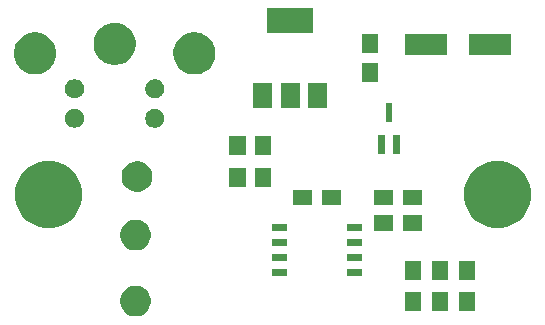
<source format=gbr>
G04 #@! TF.GenerationSoftware,KiCad,Pcbnew,(5.1.4)-1*
G04 #@! TF.CreationDate,2020-06-19T15:30:03+02:00*
G04 #@! TF.ProjectId,S-VHS ZX Spectrum Rev. C,532d5648-5320-45a5-9820-537065637472,rev?*
G04 #@! TF.SameCoordinates,Original*
G04 #@! TF.FileFunction,Soldermask,Top*
G04 #@! TF.FilePolarity,Negative*
%FSLAX46Y46*%
G04 Gerber Fmt 4.6, Leading zero omitted, Abs format (unit mm)*
G04 Created by KiCad (PCBNEW (5.1.4)-1) date 2020-06-19 15:30:03*
%MOMM*%
%LPD*%
G04 APERTURE LIST*
%ADD10C,0.150000*%
G04 APERTURE END LIST*
D10*
G36*
X146683393Y-110255304D02*
G01*
X146920101Y-110353352D01*
X146920103Y-110353353D01*
X147133135Y-110495696D01*
X147314304Y-110676865D01*
X147386557Y-110785000D01*
X147456648Y-110889899D01*
X147554696Y-111126607D01*
X147604680Y-111377893D01*
X147604680Y-111634107D01*
X147554696Y-111885393D01*
X147456648Y-112122101D01*
X147456647Y-112122103D01*
X147314304Y-112335135D01*
X147133135Y-112516304D01*
X146920103Y-112658647D01*
X146920102Y-112658648D01*
X146920101Y-112658648D01*
X146683393Y-112756696D01*
X146432107Y-112806680D01*
X146175893Y-112806680D01*
X145924607Y-112756696D01*
X145687899Y-112658648D01*
X145687898Y-112658648D01*
X145687897Y-112658647D01*
X145474865Y-112516304D01*
X145293696Y-112335135D01*
X145151353Y-112122103D01*
X145151352Y-112122101D01*
X145053304Y-111885393D01*
X145003320Y-111634107D01*
X145003320Y-111377893D01*
X145053304Y-111126607D01*
X145151352Y-110889899D01*
X145221443Y-110785000D01*
X145293696Y-110676865D01*
X145474865Y-110495696D01*
X145687897Y-110353353D01*
X145687899Y-110353352D01*
X145924607Y-110255304D01*
X146175893Y-110205320D01*
X146432107Y-110205320D01*
X146683393Y-110255304D01*
X146683393Y-110255304D01*
G37*
G36*
X175072000Y-112387000D02*
G01*
X173670000Y-112387000D01*
X173670000Y-110785000D01*
X175072000Y-110785000D01*
X175072000Y-112387000D01*
X175072000Y-112387000D01*
G37*
G36*
X172786000Y-112387000D02*
G01*
X171384000Y-112387000D01*
X171384000Y-110785000D01*
X172786000Y-110785000D01*
X172786000Y-112387000D01*
X172786000Y-112387000D01*
G37*
G36*
X170500000Y-112387000D02*
G01*
X169098000Y-112387000D01*
X169098000Y-110785000D01*
X170500000Y-110785000D01*
X170500000Y-112387000D01*
X170500000Y-112387000D01*
G37*
G36*
X175072000Y-109687000D02*
G01*
X173670000Y-109687000D01*
X173670000Y-108085000D01*
X175072000Y-108085000D01*
X175072000Y-109687000D01*
X175072000Y-109687000D01*
G37*
G36*
X172786000Y-109687000D02*
G01*
X171384000Y-109687000D01*
X171384000Y-108085000D01*
X172786000Y-108085000D01*
X172786000Y-109687000D01*
X172786000Y-109687000D01*
G37*
G36*
X170500000Y-109687000D02*
G01*
X169098000Y-109687000D01*
X169098000Y-108085000D01*
X170500000Y-108085000D01*
X170500000Y-109687000D01*
X170500000Y-109687000D01*
G37*
G36*
X159118500Y-109398000D02*
G01*
X157873500Y-109398000D01*
X157873500Y-108788000D01*
X159118500Y-108788000D01*
X159118500Y-109398000D01*
X159118500Y-109398000D01*
G37*
G36*
X165468500Y-109398000D02*
G01*
X164223500Y-109398000D01*
X164223500Y-108788000D01*
X165468500Y-108788000D01*
X165468500Y-109398000D01*
X165468500Y-109398000D01*
G37*
G36*
X159118500Y-108128000D02*
G01*
X157873500Y-108128000D01*
X157873500Y-107518000D01*
X159118500Y-107518000D01*
X159118500Y-108128000D01*
X159118500Y-108128000D01*
G37*
G36*
X165468500Y-108128000D02*
G01*
X164223500Y-108128000D01*
X164223500Y-107518000D01*
X165468500Y-107518000D01*
X165468500Y-108128000D01*
X165468500Y-108128000D01*
G37*
G36*
X146683393Y-104667304D02*
G01*
X146920101Y-104765352D01*
X146920103Y-104765353D01*
X147133135Y-104907696D01*
X147314304Y-105088865D01*
X147456647Y-105301897D01*
X147456648Y-105301899D01*
X147554696Y-105538607D01*
X147604680Y-105789893D01*
X147604680Y-106046107D01*
X147554696Y-106297393D01*
X147456648Y-106534101D01*
X147456647Y-106534103D01*
X147314304Y-106747135D01*
X147133135Y-106928304D01*
X146920103Y-107070647D01*
X146920102Y-107070648D01*
X146920101Y-107070648D01*
X146683393Y-107168696D01*
X146432107Y-107218680D01*
X146175893Y-107218680D01*
X145924607Y-107168696D01*
X145687899Y-107070648D01*
X145687898Y-107070648D01*
X145687897Y-107070647D01*
X145474865Y-106928304D01*
X145293696Y-106747135D01*
X145151353Y-106534103D01*
X145151352Y-106534101D01*
X145053304Y-106297393D01*
X145003320Y-106046107D01*
X145003320Y-105789893D01*
X145053304Y-105538607D01*
X145151352Y-105301899D01*
X145151353Y-105301897D01*
X145293696Y-105088865D01*
X145474865Y-104907696D01*
X145687897Y-104765353D01*
X145687899Y-104765352D01*
X145924607Y-104667304D01*
X146175893Y-104617320D01*
X146432107Y-104617320D01*
X146683393Y-104667304D01*
X146683393Y-104667304D01*
G37*
G36*
X159118500Y-106858000D02*
G01*
X157873500Y-106858000D01*
X157873500Y-106248000D01*
X159118500Y-106248000D01*
X159118500Y-106858000D01*
X159118500Y-106858000D01*
G37*
G36*
X165468500Y-106858000D02*
G01*
X164223500Y-106858000D01*
X164223500Y-106248000D01*
X165468500Y-106248000D01*
X165468500Y-106858000D01*
X165468500Y-106858000D01*
G37*
G36*
X165468500Y-105588000D02*
G01*
X164223500Y-105588000D01*
X164223500Y-104978000D01*
X165468500Y-104978000D01*
X165468500Y-105588000D01*
X165468500Y-105588000D01*
G37*
G36*
X159118500Y-105588000D02*
G01*
X157873500Y-105588000D01*
X157873500Y-104978000D01*
X159118500Y-104978000D01*
X159118500Y-105588000D01*
X159118500Y-105588000D01*
G37*
G36*
X168080000Y-105578000D02*
G01*
X166478000Y-105578000D01*
X166478000Y-104226000D01*
X168080000Y-104226000D01*
X168080000Y-105578000D01*
X168080000Y-105578000D01*
G37*
G36*
X170580000Y-105578000D02*
G01*
X168978000Y-105578000D01*
X168978000Y-104226000D01*
X170580000Y-104226000D01*
X170580000Y-105578000D01*
X170580000Y-105578000D01*
G37*
G36*
X177363119Y-99664320D02*
G01*
X177781606Y-99747562D01*
X178300455Y-99962476D01*
X178767407Y-100274484D01*
X179164516Y-100671593D01*
X179476524Y-101138545D01*
X179561789Y-101344394D01*
X179691438Y-101657395D01*
X179772914Y-102067000D01*
X179801000Y-102208201D01*
X179801000Y-102769799D01*
X179691438Y-103320606D01*
X179476524Y-103839455D01*
X179164516Y-104306407D01*
X178767407Y-104703516D01*
X178300455Y-105015524D01*
X177781606Y-105230438D01*
X177230800Y-105340000D01*
X176669200Y-105340000D01*
X176118394Y-105230438D01*
X175599545Y-105015524D01*
X175132593Y-104703516D01*
X174735484Y-104306407D01*
X174423476Y-103839455D01*
X174208562Y-103320606D01*
X174099000Y-102769799D01*
X174099000Y-102208201D01*
X174127087Y-102067000D01*
X174208562Y-101657395D01*
X174338211Y-101344394D01*
X174423476Y-101138545D01*
X174735484Y-100671593D01*
X175132593Y-100274484D01*
X175599545Y-99962476D01*
X176118394Y-99747562D01*
X176536881Y-99664320D01*
X176669200Y-99638000D01*
X177230800Y-99638000D01*
X177363119Y-99664320D01*
X177363119Y-99664320D01*
G37*
G36*
X139351119Y-99664320D02*
G01*
X139769606Y-99747562D01*
X140288455Y-99962476D01*
X140755407Y-100274484D01*
X141152516Y-100671593D01*
X141464524Y-101138545D01*
X141549789Y-101344394D01*
X141679438Y-101657395D01*
X141760914Y-102067000D01*
X141789000Y-102208201D01*
X141789000Y-102769799D01*
X141679438Y-103320606D01*
X141464524Y-103839455D01*
X141152516Y-104306407D01*
X140755407Y-104703516D01*
X140288455Y-105015524D01*
X139769606Y-105230438D01*
X139218800Y-105340000D01*
X138657200Y-105340000D01*
X138106394Y-105230438D01*
X137587545Y-105015524D01*
X137120593Y-104703516D01*
X136723484Y-104306407D01*
X136411476Y-103839455D01*
X136196562Y-103320606D01*
X136087000Y-102769799D01*
X136087000Y-102208201D01*
X136115087Y-102067000D01*
X136196562Y-101657395D01*
X136326211Y-101344394D01*
X136411476Y-101138545D01*
X136723484Y-100671593D01*
X137120593Y-100274484D01*
X137587545Y-99962476D01*
X138106394Y-99747562D01*
X138524881Y-99664320D01*
X138657200Y-99638000D01*
X139218800Y-99638000D01*
X139351119Y-99664320D01*
X139351119Y-99664320D01*
G37*
G36*
X163722000Y-103419000D02*
G01*
X162120000Y-103419000D01*
X162120000Y-102067000D01*
X163722000Y-102067000D01*
X163722000Y-103419000D01*
X163722000Y-103419000D01*
G37*
G36*
X168080000Y-103419000D02*
G01*
X166478000Y-103419000D01*
X166478000Y-102067000D01*
X168080000Y-102067000D01*
X168080000Y-103419000D01*
X168080000Y-103419000D01*
G37*
G36*
X161222000Y-103419000D02*
G01*
X159620000Y-103419000D01*
X159620000Y-102067000D01*
X161222000Y-102067000D01*
X161222000Y-103419000D01*
X161222000Y-103419000D01*
G37*
G36*
X170580000Y-103419000D02*
G01*
X168978000Y-103419000D01*
X168978000Y-102067000D01*
X170580000Y-102067000D01*
X170580000Y-103419000D01*
X170580000Y-103419000D01*
G37*
G36*
X146810393Y-99714304D02*
G01*
X147047101Y-99812352D01*
X147047103Y-99812353D01*
X147260135Y-99954696D01*
X147441304Y-100135865D01*
X147513557Y-100244000D01*
X147583648Y-100348899D01*
X147681696Y-100585607D01*
X147731680Y-100836893D01*
X147731680Y-101093107D01*
X147681696Y-101344393D01*
X147583648Y-101581101D01*
X147583647Y-101581103D01*
X147441304Y-101794135D01*
X147260135Y-101975304D01*
X147047103Y-102117647D01*
X147047102Y-102117648D01*
X147047101Y-102117648D01*
X146810393Y-102215696D01*
X146559107Y-102265680D01*
X146302893Y-102265680D01*
X146051607Y-102215696D01*
X145814899Y-102117648D01*
X145814898Y-102117648D01*
X145814897Y-102117647D01*
X145601865Y-101975304D01*
X145420696Y-101794135D01*
X145278353Y-101581103D01*
X145278352Y-101581101D01*
X145180304Y-101344393D01*
X145130320Y-101093107D01*
X145130320Y-100836893D01*
X145180304Y-100585607D01*
X145278352Y-100348899D01*
X145348443Y-100244000D01*
X145420696Y-100135865D01*
X145601865Y-99954696D01*
X145814897Y-99812353D01*
X145814899Y-99812352D01*
X146051607Y-99714304D01*
X146302893Y-99664320D01*
X146559107Y-99664320D01*
X146810393Y-99714304D01*
X146810393Y-99714304D01*
G37*
G36*
X155641000Y-101846000D02*
G01*
X154239000Y-101846000D01*
X154239000Y-100244000D01*
X155641000Y-100244000D01*
X155641000Y-101846000D01*
X155641000Y-101846000D01*
G37*
G36*
X157800000Y-101846000D02*
G01*
X156398000Y-101846000D01*
X156398000Y-100244000D01*
X157800000Y-100244000D01*
X157800000Y-101846000D01*
X157800000Y-101846000D01*
G37*
G36*
X157800000Y-99146000D02*
G01*
X156398000Y-99146000D01*
X156398000Y-97544000D01*
X157800000Y-97544000D01*
X157800000Y-99146000D01*
X157800000Y-99146000D01*
G37*
G36*
X155641000Y-99146000D02*
G01*
X154239000Y-99146000D01*
X154239000Y-97544000D01*
X155641000Y-97544000D01*
X155641000Y-99146000D01*
X155641000Y-99146000D01*
G37*
G36*
X167393000Y-99032000D02*
G01*
X166841000Y-99032000D01*
X166841000Y-97430000D01*
X167393000Y-97430000D01*
X167393000Y-99032000D01*
X167393000Y-99032000D01*
G37*
G36*
X168693000Y-99032000D02*
G01*
X168141000Y-99032000D01*
X168141000Y-97430000D01*
X168693000Y-97430000D01*
X168693000Y-99032000D01*
X168693000Y-99032000D01*
G37*
G36*
X148166642Y-95264781D02*
G01*
X148312414Y-95325162D01*
X148312416Y-95325163D01*
X148443608Y-95412822D01*
X148555178Y-95524392D01*
X148642837Y-95655584D01*
X148642838Y-95655586D01*
X148703219Y-95801358D01*
X148734000Y-95956107D01*
X148734000Y-96113893D01*
X148703219Y-96268642D01*
X148642838Y-96414414D01*
X148642837Y-96414416D01*
X148555178Y-96545608D01*
X148443608Y-96657178D01*
X148312416Y-96744837D01*
X148312415Y-96744838D01*
X148312414Y-96744838D01*
X148166642Y-96805219D01*
X148011893Y-96836000D01*
X147854107Y-96836000D01*
X147699358Y-96805219D01*
X147553586Y-96744838D01*
X147553585Y-96744838D01*
X147553584Y-96744837D01*
X147422392Y-96657178D01*
X147310822Y-96545608D01*
X147223163Y-96414416D01*
X147223162Y-96414414D01*
X147162781Y-96268642D01*
X147132000Y-96113893D01*
X147132000Y-95956107D01*
X147162781Y-95801358D01*
X147223162Y-95655586D01*
X147223163Y-95655584D01*
X147310822Y-95524392D01*
X147422392Y-95412822D01*
X147553584Y-95325163D01*
X147553586Y-95325162D01*
X147699358Y-95264781D01*
X147854107Y-95234000D01*
X148011893Y-95234000D01*
X148166642Y-95264781D01*
X148166642Y-95264781D01*
G37*
G36*
X141366642Y-95264781D02*
G01*
X141512414Y-95325162D01*
X141512416Y-95325163D01*
X141643608Y-95412822D01*
X141755178Y-95524392D01*
X141842837Y-95655584D01*
X141842838Y-95655586D01*
X141903219Y-95801358D01*
X141934000Y-95956107D01*
X141934000Y-96113893D01*
X141903219Y-96268642D01*
X141842838Y-96414414D01*
X141842837Y-96414416D01*
X141755178Y-96545608D01*
X141643608Y-96657178D01*
X141512416Y-96744837D01*
X141512415Y-96744838D01*
X141512414Y-96744838D01*
X141366642Y-96805219D01*
X141211893Y-96836000D01*
X141054107Y-96836000D01*
X140899358Y-96805219D01*
X140753586Y-96744838D01*
X140753585Y-96744838D01*
X140753584Y-96744837D01*
X140622392Y-96657178D01*
X140510822Y-96545608D01*
X140423163Y-96414416D01*
X140423162Y-96414414D01*
X140362781Y-96268642D01*
X140332000Y-96113893D01*
X140332000Y-95956107D01*
X140362781Y-95801358D01*
X140423162Y-95655586D01*
X140423163Y-95655584D01*
X140510822Y-95524392D01*
X140622392Y-95412822D01*
X140753584Y-95325163D01*
X140753586Y-95325162D01*
X140899358Y-95264781D01*
X141054107Y-95234000D01*
X141211893Y-95234000D01*
X141366642Y-95264781D01*
X141366642Y-95264781D01*
G37*
G36*
X168043000Y-96372000D02*
G01*
X167491000Y-96372000D01*
X167491000Y-94770000D01*
X168043000Y-94770000D01*
X168043000Y-96372000D01*
X168043000Y-96372000D01*
G37*
G36*
X162486000Y-95133000D02*
G01*
X160884000Y-95133000D01*
X160884000Y-93031000D01*
X162486000Y-93031000D01*
X162486000Y-95133000D01*
X162486000Y-95133000D01*
G37*
G36*
X157886000Y-95133000D02*
G01*
X156284000Y-95133000D01*
X156284000Y-93031000D01*
X157886000Y-93031000D01*
X157886000Y-95133000D01*
X157886000Y-95133000D01*
G37*
G36*
X160186000Y-95133000D02*
G01*
X158584000Y-95133000D01*
X158584000Y-93031000D01*
X160186000Y-93031000D01*
X160186000Y-95133000D01*
X160186000Y-95133000D01*
G37*
G36*
X141366642Y-92764781D02*
G01*
X141512414Y-92825162D01*
X141512416Y-92825163D01*
X141643608Y-92912822D01*
X141755178Y-93024392D01*
X141759593Y-93031000D01*
X141842838Y-93155586D01*
X141903219Y-93301358D01*
X141934000Y-93456107D01*
X141934000Y-93613893D01*
X141903219Y-93768642D01*
X141842838Y-93914414D01*
X141842837Y-93914416D01*
X141755178Y-94045608D01*
X141643608Y-94157178D01*
X141512416Y-94244837D01*
X141512415Y-94244838D01*
X141512414Y-94244838D01*
X141366642Y-94305219D01*
X141211893Y-94336000D01*
X141054107Y-94336000D01*
X140899358Y-94305219D01*
X140753586Y-94244838D01*
X140753585Y-94244838D01*
X140753584Y-94244837D01*
X140622392Y-94157178D01*
X140510822Y-94045608D01*
X140423163Y-93914416D01*
X140423162Y-93914414D01*
X140362781Y-93768642D01*
X140332000Y-93613893D01*
X140332000Y-93456107D01*
X140362781Y-93301358D01*
X140423162Y-93155586D01*
X140506407Y-93031000D01*
X140510822Y-93024392D01*
X140622392Y-92912822D01*
X140753584Y-92825163D01*
X140753586Y-92825162D01*
X140899358Y-92764781D01*
X141054107Y-92734000D01*
X141211893Y-92734000D01*
X141366642Y-92764781D01*
X141366642Y-92764781D01*
G37*
G36*
X148166642Y-92764781D02*
G01*
X148312414Y-92825162D01*
X148312416Y-92825163D01*
X148443608Y-92912822D01*
X148555178Y-93024392D01*
X148559593Y-93031000D01*
X148642838Y-93155586D01*
X148703219Y-93301358D01*
X148734000Y-93456107D01*
X148734000Y-93613893D01*
X148703219Y-93768642D01*
X148642838Y-93914414D01*
X148642837Y-93914416D01*
X148555178Y-94045608D01*
X148443608Y-94157178D01*
X148312416Y-94244837D01*
X148312415Y-94244838D01*
X148312414Y-94244838D01*
X148166642Y-94305219D01*
X148011893Y-94336000D01*
X147854107Y-94336000D01*
X147699358Y-94305219D01*
X147553586Y-94244838D01*
X147553585Y-94244838D01*
X147553584Y-94244837D01*
X147422392Y-94157178D01*
X147310822Y-94045608D01*
X147223163Y-93914416D01*
X147223162Y-93914414D01*
X147162781Y-93768642D01*
X147132000Y-93613893D01*
X147132000Y-93456107D01*
X147162781Y-93301358D01*
X147223162Y-93155586D01*
X147306407Y-93031000D01*
X147310822Y-93024392D01*
X147422392Y-92912822D01*
X147553584Y-92825163D01*
X147553586Y-92825162D01*
X147699358Y-92764781D01*
X147854107Y-92734000D01*
X148011893Y-92734000D01*
X148166642Y-92764781D01*
X148166642Y-92764781D01*
G37*
G36*
X166792000Y-92983000D02*
G01*
X165440000Y-92983000D01*
X165440000Y-91381000D01*
X166792000Y-91381000D01*
X166792000Y-92983000D01*
X166792000Y-92983000D01*
G37*
G36*
X138188372Y-88797193D02*
G01*
X138303228Y-88820039D01*
X138627804Y-88954482D01*
X138919915Y-89149665D01*
X139168335Y-89398085D01*
X139363518Y-89690196D01*
X139454836Y-89910659D01*
X139497961Y-90014773D01*
X139566500Y-90359339D01*
X139566500Y-90710661D01*
X139534424Y-90871915D01*
X139497961Y-91055228D01*
X139363518Y-91379804D01*
X139168335Y-91671915D01*
X138919915Y-91920335D01*
X138627804Y-92115518D01*
X138303228Y-92249961D01*
X138188372Y-92272807D01*
X137958661Y-92318500D01*
X137607339Y-92318500D01*
X137377628Y-92272807D01*
X137262772Y-92249961D01*
X136938196Y-92115518D01*
X136646085Y-91920335D01*
X136397665Y-91671915D01*
X136202482Y-91379804D01*
X136068039Y-91055228D01*
X136031576Y-90871915D01*
X135999500Y-90710661D01*
X135999500Y-90359339D01*
X136068039Y-90014773D01*
X136111164Y-89910659D01*
X136202482Y-89690196D01*
X136397665Y-89398085D01*
X136646085Y-89149665D01*
X136938196Y-88954482D01*
X137262772Y-88820039D01*
X137377628Y-88797193D01*
X137607339Y-88751500D01*
X137958661Y-88751500D01*
X138188372Y-88797193D01*
X138188372Y-88797193D01*
G37*
G36*
X151688372Y-88797193D02*
G01*
X151803228Y-88820039D01*
X152127804Y-88954482D01*
X152419915Y-89149665D01*
X152668335Y-89398085D01*
X152863518Y-89690196D01*
X152954836Y-89910659D01*
X152997961Y-90014773D01*
X153066500Y-90359339D01*
X153066500Y-90710661D01*
X153034424Y-90871915D01*
X152997961Y-91055228D01*
X152863518Y-91379804D01*
X152668335Y-91671915D01*
X152419915Y-91920335D01*
X152127804Y-92115518D01*
X151803228Y-92249961D01*
X151688372Y-92272807D01*
X151458661Y-92318500D01*
X151107339Y-92318500D01*
X150877628Y-92272807D01*
X150762772Y-92249961D01*
X150438196Y-92115518D01*
X150146085Y-91920335D01*
X149897665Y-91671915D01*
X149702482Y-91379804D01*
X149568039Y-91055228D01*
X149531576Y-90871915D01*
X149499500Y-90710661D01*
X149499500Y-90359339D01*
X149568039Y-90014773D01*
X149611164Y-89910659D01*
X149702482Y-89690196D01*
X149897665Y-89398085D01*
X150146085Y-89149665D01*
X150438196Y-88954482D01*
X150762772Y-88820039D01*
X150877628Y-88797193D01*
X151107339Y-88751500D01*
X151458661Y-88751500D01*
X151688372Y-88797193D01*
X151688372Y-88797193D01*
G37*
G36*
X144938372Y-87997193D02*
G01*
X145053228Y-88020039D01*
X145377804Y-88154482D01*
X145669915Y-88349665D01*
X145918335Y-88598085D01*
X146113518Y-88890196D01*
X146247961Y-89214772D01*
X146247961Y-89214773D01*
X146316500Y-89559339D01*
X146316500Y-89910661D01*
X146270807Y-90140372D01*
X146247961Y-90255228D01*
X146113518Y-90579804D01*
X145918335Y-90871915D01*
X145669915Y-91120335D01*
X145377804Y-91315518D01*
X145053228Y-91449961D01*
X144938372Y-91472807D01*
X144708661Y-91518500D01*
X144357339Y-91518500D01*
X144127628Y-91472807D01*
X144012772Y-91449961D01*
X143688196Y-91315518D01*
X143396085Y-91120335D01*
X143147665Y-90871915D01*
X142952482Y-90579804D01*
X142818039Y-90255228D01*
X142795193Y-90140372D01*
X142749500Y-89910661D01*
X142749500Y-89559339D01*
X142818039Y-89214773D01*
X142818039Y-89214772D01*
X142952482Y-88890196D01*
X143147665Y-88598085D01*
X143396085Y-88349665D01*
X143688196Y-88154482D01*
X144012772Y-88020039D01*
X144127628Y-87997193D01*
X144357339Y-87951500D01*
X144708661Y-87951500D01*
X144938372Y-87997193D01*
X144938372Y-87997193D01*
G37*
G36*
X172710000Y-90640000D02*
G01*
X169108000Y-90640000D01*
X169108000Y-88938000D01*
X172710000Y-88938000D01*
X172710000Y-90640000D01*
X172710000Y-90640000D01*
G37*
G36*
X178110000Y-90640000D02*
G01*
X174508000Y-90640000D01*
X174508000Y-88938000D01*
X178110000Y-88938000D01*
X178110000Y-90640000D01*
X178110000Y-90640000D01*
G37*
G36*
X166792000Y-90483000D02*
G01*
X165440000Y-90483000D01*
X165440000Y-88881000D01*
X166792000Y-88881000D01*
X166792000Y-90483000D01*
X166792000Y-90483000D01*
G37*
G36*
X161336000Y-88833000D02*
G01*
X157434000Y-88833000D01*
X157434000Y-86731000D01*
X161336000Y-86731000D01*
X161336000Y-88833000D01*
X161336000Y-88833000D01*
G37*
M02*

</source>
